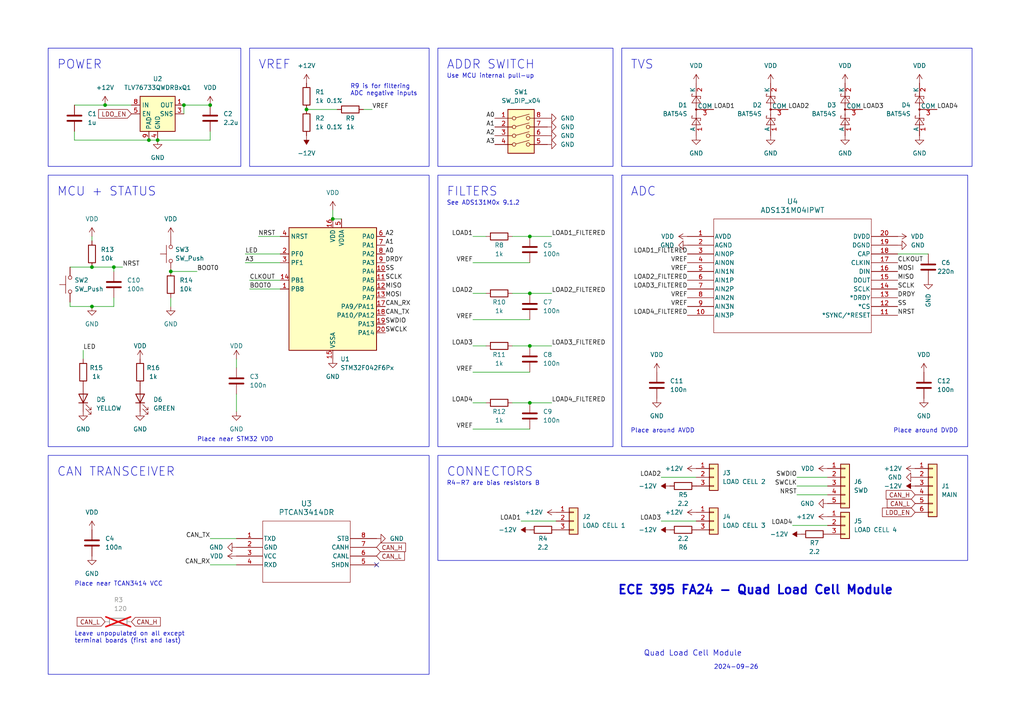
<source format=kicad_sch>
(kicad_sch (version 20230121) (generator eeschema)
  (paper "A4")
  (lib_symbols
    (symbol "2024-09-25_19-47-16:ADS131M04IPWT" (pin_names (offset 0.254))
      (property "Reference" "U" (at 30.48 10.16 0))
      (property "Value" "ADS131M04IPWT" (at 30.48 7.62 0))
      (symbol "ADS131M04IPWT_0_1"
        (polyline (pts (xy 7.62 -27.94) (xy 53.34 -27.94)) (stroke (width 0.127)))
        (polyline (pts (xy 7.62 5.08) (xy 7.62 -27.94)) (stroke (width 0.127)))
        (polyline (pts (xy 53.34 -27.94) (xy 53.34 5.08)) (stroke (width 0.127)))
        (polyline (pts (xy 53.34 5.08) (xy 7.62 5.08)) (stroke (width 0.127)))
        (pin power_in line (at 0 0 0) (length 7.62) (name "AVDD") (number "1"))
        (pin input line (at 0 -22.86 0) (length 7.62) (name "AIN3P") (number "10"))
        (pin unspecified line (at 60.96 -22.86 180) (length 7.62) (name "*SYNC/*RESET") (number "11"))
        (pin unspecified line (at 60.96 -20.32 180) (length 7.62) (name "*CS") (number "12"))
        (pin unspecified line (at 60.96 -17.78 180) (length 7.62) (name "*DRDY") (number "13"))
        (pin unspecified line (at 60.96 -15.24 180) (length 7.62) (name "SCLK") (number "14"))
        (pin output line (at 60.96 -12.7 180) (length 7.62) (name "DOUT") (number "15"))
        (pin unspecified line (at 60.96 -10.16 180) (length 7.62) (name "DIN") (number "16"))
        (pin unspecified line (at 60.96 -7.62 180) (length 7.62) (name "CLKIN") (number "17"))
        (pin unspecified line (at 60.96 -5.08 180) (length 7.62) (name "CAP") (number "18"))
        (pin power_out line (at 60.96 -2.54 180) (length 7.62) (name "DGND") (number "19"))
        (pin power_out line (at 0 -2.54 0) (length 7.62) (name "AGND") (number "2"))
        (pin power_in line (at 60.96 0 180) (length 7.62) (name "DVDD") (number "20"))
        (pin bidirectional line (at 0 -5.08 0) (length 7.62) (name "AIN0P") (number "3"))
        (pin bidirectional line (at 0 -7.62 0) (length 7.62) (name "AIN0N") (number "4"))
        (pin input line (at 0 -10.16 0) (length 7.62) (name "AIN1N") (number "5"))
        (pin input line (at 0 -12.7 0) (length 7.62) (name "AIN1P") (number "6"))
        (pin input line (at 0 -15.24 0) (length 7.62) (name "AIN2P") (number "7"))
        (pin input line (at 0 -17.78 0) (length 7.62) (name "AIN2N") (number "8"))
        (pin input line (at 0 -20.32 0) (length 7.62) (name "AIN3N") (number "9"))
      )
    )
    (symbol "2024-09-25_19-48-59:PTCAN3414DR" (pin_names (offset 0.254))
      (property "Reference" "U" (at 20.32 10.16 0))
      (property "Value" "PTCAN3414DR" (at 20.32 7.62 0))
      (symbol "PTCAN3414DR_0_1"
        (polyline (pts (xy 7.62 -12.7) (xy 33.02 -12.7)) (stroke (width 0.127)))
        (polyline (pts (xy 7.62 5.08) (xy 7.62 -12.7)) (stroke (width 0.127)))
        (polyline (pts (xy 33.02 -12.7) (xy 33.02 5.08)) (stroke (width 0.127)))
        (polyline (pts (xy 33.02 5.08) (xy 7.62 5.08)) (stroke (width 0.127)))
        (pin input line (at 0 0 0) (length 7.62) (name "TXD") (number "1"))
        (pin power_out line (at 0 -2.54 0) (length 7.62) (name "GND") (number "2"))
        (pin power_in line (at 0 -5.08 0) (length 7.62) (name "VCC") (number "3"))
        (pin output line (at 0 -7.62 0) (length 7.62) (name "RXD") (number "4"))
        (pin input line (at 40.64 -7.62 180) (length 7.62) (name "SHDN") (number "5"))
        (pin bidirectional line (at 40.64 -5.08 180) (length 7.62) (name "CANL") (number "6"))
        (pin bidirectional line (at 40.64 -2.54 180) (length 7.62) (name "CANH") (number "7"))
        (pin input line (at 40.64 0 180) (length 7.62) (name "STB") (number "8"))
      )
    )
    (symbol "Connector_Generic:Conn_01x03" (pin_names (offset 1.016) hide)
      (property "Reference" "J" (at 0 5.08 0))
      (property "Value" "Conn_01x03" (at 0 -5.08 0))
      (symbol "Conn_01x03_1_1"
        (rectangle (start -1.27 -2.413) (end 0 -2.667) (stroke (width 0.1524)))
        (rectangle (start -1.27 0.127) (end 0 -0.127) (stroke (width 0.1524)))
        (rectangle (start -1.27 2.667) (end 0 2.413) (stroke (width 0.1524)))
        (rectangle (start -1.27 3.81) (end 1.27 -3.81) (stroke (width 0.254)) (fill (type background)))
        (pin passive line (at -5.08 2.54 0) (length 3.81) (name "Pin_1") (number "1"))
        (pin passive line (at -5.08 0 0) (length 3.81) (name "Pin_2") (number "2"))
        (pin passive line (at -5.08 -2.54 0) (length 3.81) (name "Pin_3") (number "3"))
      )
    )
    (symbol "Connector_Generic:Conn_01x05" (pin_names (offset 1.016) hide)
      (property "Reference" "J" (at 0 7.62 0))
      (property "Value" "Conn_01x05" (at 0 -7.62 0))
      (symbol "Conn_01x05_1_1"
        (rectangle (start -1.27 -4.953) (end 0 -5.207) (stroke (width 0.1524)))
        (rectangle (start -1.27 -2.413) (end 0 -2.667) (stroke (width 0.1524)))
        (rectangle (start -1.27 0.127) (end 0 -0.127) (stroke (width 0.1524)))
        (rectangle (start -1.27 2.667) (end 0 2.413) (stroke (width 0.1524)))
        (rectangle (start -1.27 5.207) (end 0 4.953) (stroke (width 0.1524)))
        (rectangle (start -1.27 6.35) (end 1.27 -6.35) (stroke (width 0.254)) (fill (type background)))
        (pin passive line (at -5.08 5.08 0) (length 3.81) (name "Pin_1") (number "1"))
        (pin passive line (at -5.08 2.54 0) (length 3.81) (name "Pin_2") (number "2"))
        (pin passive line (at -5.08 0 0) (length 3.81) (name "Pin_3") (number "3"))
        (pin passive line (at -5.08 -2.54 0) (length 3.81) (name "Pin_4") (number "4"))
        (pin passive line (at -5.08 -5.08 0) (length 3.81) (name "Pin_5") (number "5"))
      )
    )
    (symbol "Connector_Generic:Conn_01x06" (pin_names (offset 1.016) hide)
      (property "Reference" "J1" (at 2.54 0 0))
      (property "Value" "MAIN" (at 2.54 -2.54 0))
      (symbol "Conn_01x06_1_1"
        (rectangle (start -1.27 -7.493) (end 0 -7.747) (stroke (width 0.1524)))
        (rectangle (start -1.27 -4.953) (end 0 -5.207) (stroke (width 0.1524)))
        (rectangle (start -1.27 -2.413) (end 0 -2.667) (stroke (width 0.1524)))
        (rectangle (start -1.27 0.127) (end 0 -0.127) (stroke (width 0.1524)))
        (rectangle (start -1.27 2.667) (end 0 2.413) (stroke (width 0.1524)))
        (rectangle (start -1.27 5.207) (end 0 4.953) (stroke (width 0.1524)))
        (rectangle (start -1.27 6.35) (end 1.27 -8.89) (stroke (width 0.254)) (fill (type background)))
        (pin power_out line (at -5.08 5.08 0) (length 3.81) (name "Pin_1") (number "1"))
        (pin power_out line (at -5.08 2.54 0) (length 3.81) (name "Pin_2") (number "2"))
        (pin power_out line (at -5.08 0 0) (length 3.81) (name "Pin_3") (number "3"))
        (pin passive line (at -5.08 -2.54 0) (length 3.81) (name "Pin_4") (number "4"))
        (pin passive line (at -5.08 -5.08 0) (length 3.81) (name "Pin_5") (number "5"))
        (pin passive line (at -5.08 -7.62 0) (length 3.81) (name "Pin_6") (number "6"))
      )
    )
    (symbol "Device:C" (pin_numbers hide) (pin_names (offset 0.254))
      (property "Reference" "C" (at 0.635 2.54 0))
      (property "Value" "C" (at 0.635 -2.54 0))
      (symbol "C_0_1"
        (polyline (pts (xy -2.032 -0.762) (xy 2.032 -0.762)) (stroke (width 0.508)))
        (polyline (pts (xy -2.032 0.762) (xy 2.032 0.762)) (stroke (width 0.508)))
      )
      (symbol "C_1_1"
        (pin passive line (at 0 3.81 270) (length 2.794) (name "~") (number "1"))
        (pin passive line (at 0 -3.81 90) (length 2.794) (name "~") (number "2"))
      )
    )
    (symbol "Device:LED" (pin_numbers hide) (pin_names (offset 1.016) hide)
      (property "Reference" "D" (at 0 2.54 0))
      (property "Value" "LED" (at 0 -2.54 0))
      (symbol "LED_0_1"
        (polyline (pts (xy -1.27 -1.27) (xy -1.27 1.27)) (stroke (width 0.254)))
        (polyline (pts (xy -1.27 0) (xy 1.27 0)))
        (polyline (pts (xy 1.27 -1.27) (xy 1.27 1.27) (xy -1.27 0) (xy 1.27 -1.27)) (stroke (width 0.254)))
        (polyline (pts (xy -3.048 -0.762) (xy -4.572 -2.286) (xy -3.81 -2.286) (xy -4.572 -2.286) (xy -4.572 -1.524)))
        (polyline (pts (xy -1.778 -0.762) (xy -3.302 -2.286) (xy -2.54 -2.286) (xy -3.302 -2.286) (xy -3.302 -1.524)))
      )
      (symbol "LED_1_1"
        (pin passive line (at -3.81 0 0) (length 2.54) (name "K") (number "1"))
        (pin passive line (at 3.81 0 180) (length 2.54) (name "A") (number "2"))
      )
    )
    (symbol "Device:R" (pin_numbers hide) (pin_names (offset 0))
      (property "Reference" "R" (at 2.032 0 90))
      (property "Value" "R" (at 0 0 90))
      (symbol "R_0_1"
        (rectangle (start -1.016 -2.54) (end 1.016 2.54) (stroke (width 0.254)))
      )
      (symbol "R_1_1"
        (pin passive line (at 0 3.81 270) (length 1.27) (name "~") (number "1"))
        (pin passive line (at 0 -3.81 90) (length 1.27) (name "~") (number "2"))
      )
    )
    (symbol "Diode:BAT54S" (pin_names (offset 0))
      (property "Reference" "D" (at 2.54 -5.08 0))
      (property "Value" "BAT54S" (at -6.35 3.175 0))
      (symbol "BAT54S_0_1"
        (polyline (pts (xy -3.81 0) (xy -1.27 0)))
        (polyline (pts (xy -3.175 -1.27) (xy -3.175 -1.016)))
        (polyline (pts (xy -2.54 -1.27) (xy -3.175 -1.27)))
        (polyline (pts (xy -2.54 -1.27) (xy -2.54 1.27)))
        (polyline (pts (xy -2.54 1.27) (xy -1.905 1.27)))
        (polyline (pts (xy -1.905 0) (xy 1.905 0)))
        (polyline (pts (xy -1.905 1.27) (xy -1.905 1.016)))
        (polyline (pts (xy 1.27 0) (xy 3.81 0)))
        (polyline (pts (xy 3.175 -1.27) (xy 3.175 -1.016)))
        (polyline (pts (xy 3.81 -1.27) (xy 3.175 -1.27)))
        (polyline (pts (xy 3.81 -1.27) (xy 3.81 1.27)))
        (polyline (pts (xy 3.81 1.27) (xy 4.445 1.27)))
        (polyline (pts (xy 4.445 1.27) (xy 4.445 1.016)))
        (polyline (pts (xy -4.445 1.27) (xy -4.445 -1.27) (xy -2.54 0) (xy -4.445 1.27)))
        (polyline (pts (xy 1.905 1.27) (xy 1.905 -1.27) (xy 3.81 0) (xy 1.905 1.27)))
        (circle (center 0 0) (radius 0.254) (fill (type outline)))
      )
      (symbol "BAT54S_1_1"
        (pin passive line (at -7.62 0 0) (length 3.81) (name "A") (number "1"))
        (pin passive line (at 7.62 0 180) (length 3.81) (name "K") (number "2"))
        (pin passive line (at 0 -5.08 90) (length 5.08) (name "COM") (number "3"))
      )
    )
    (symbol "MCU_ST_STM32F0:STM32F042F6Px"
      (property "Reference" "U" (at -12.7 19.05 0))
      (property "Value" "STM32F042F6Px" (at 5.08 19.05 0))
      (symbol "STM32F042F6Px_0_1"
        (rectangle (start -12.7 -17.78) (end 12.7 17.78) (stroke (width 0.254)) (fill (type background)))
      )
      (symbol "STM32F042F6Px_1_1"
        (pin bidirectional line (at -15.24 0 0) (length 2.54) (name "PB8") (number "1"))
        (pin bidirectional line (at 15.24 5.08 180) (length 2.54) (name "PA4") (number "10"))
        (pin bidirectional line (at 15.24 2.54 180) (length 2.54) (name "PA5") (number "11"))
        (pin bidirectional line (at 15.24 0 180) (length 2.54) (name "PA6") (number "12"))
        (pin bidirectional line (at 15.24 -2.54 180) (length 2.54) (name "PA7") (number "13"))
        (pin bidirectional line (at -15.24 2.54 0) (length 2.54) (name "PB1") (number "14"))
        (pin power_in line (at 0 -20.32 90) (length 2.54) (name "VSSA") (number "15"))
        (pin power_in line (at 0 20.32 270) (length 2.54) (name "VDD") (number "16"))
        (pin bidirectional line (at 15.24 -5.08 180) (length 2.54) (name "PA9/PA11") (number "17"))
        (pin bidirectional line (at 15.24 -7.62 180) (length 2.54) (name "PA10/PA12") (number "18"))
        (pin bidirectional line (at 15.24 -10.16 180) (length 2.54) (name "PA13") (number "19"))
        (pin bidirectional line (at -15.24 10.16 0) (length 2.54) (name "PF0") (number "2"))
        (pin bidirectional line (at 15.24 -12.7 180) (length 2.54) (name "PA14") (number "20"))
        (pin bidirectional line (at -15.24 7.62 0) (length 2.54) (name "PF1") (number "3"))
        (pin input line (at -15.24 15.24 0) (length 2.54) (name "NRST") (number "4"))
        (pin power_in line (at 2.54 20.32 270) (length 2.54) (name "VDDA") (number "5"))
        (pin bidirectional line (at 15.24 15.24 180) (length 2.54) (name "PA0") (number "6"))
        (pin bidirectional line (at 15.24 12.7 180) (length 2.54) (name "PA1") (number "7"))
        (pin bidirectional line (at 15.24 10.16 180) (length 2.54) (name "PA2") (number "8"))
        (pin bidirectional line (at 15.24 7.62 180) (length 2.54) (name "PA3") (number "9"))
      )
    )
    (symbol "Regulator_Linear:TLV76733QWDRBxQ1"
      (property "Reference" "U" (at 0 8.89 0))
      (property "Value" "TLV76733QWDRBxQ1" (at 0 6.35 0))
      (symbol "TLV76733QWDRBxQ1_0_1"
        (rectangle (start -5.08 5.08) (end 5.08 -5.08) (stroke (width 0.254)) (fill (type background)))
      )
      (symbol "TLV76733QWDRBxQ1_1_1"
        (pin power_out line (at 7.62 2.54 180) (length 2.54) (name "OUT") (number "1"))
        (pin no_connect line (at 5.08 -2.54 180) (length 2.54) hide (name "NC") (number "2"))
        (pin input line (at 7.62 0 180) (length 2.54) (name "SNS") (number "3"))
        (pin power_in line (at 0 -7.62 90) (length 2.54) (name "GND") (number "4"))
        (pin input line (at -7.62 0 0) (length 2.54) (name "EN") (number "5"))
        (pin passive line (at 0 -7.62 90) (length 2.54) hide (name "GND") (number "6"))
        (pin no_connect line (at -5.08 -2.54 0) (length 2.54) hide (name "NC") (number "7"))
        (pin power_in line (at -7.62 2.54 0) (length 2.54) (name "IN") (number "8"))
        (pin passive line (at -2.54 -7.62 90) (length 2.54) (name "PAD") (number "9"))
      )
    )
    (symbol "Switch:SW_DIP_x04" (pin_names (offset 0) hide)
      (property "Reference" "SW" (at 0 8.89 0))
      (property "Value" "SW_DIP_x04" (at 0 -6.35 0))
      (symbol "SW_DIP_x04_0_0"
        (circle (center -2.032 -2.54) (radius 0.508))
        (circle (center -2.032 0) (radius 0.508))
        (circle (center -2.032 2.54) (radius 0.508))
        (circle (center -2.032 5.08) (radius 0.508))
        (polyline (pts (xy -1.524 -2.3876) (xy 2.3622 -1.3462)))
        (polyline (pts (xy -1.524 0.127) (xy 2.3622 1.1684)))
        (polyline (pts (xy -1.524 2.667) (xy 2.3622 3.7084)))
        (polyline (pts (xy -1.524 5.207) (xy 2.3622 6.2484)))
        (circle (center 2.032 -2.54) (radius 0.508))
        (circle (center 2.032 0) (radius 0.508))
        (circle (center 2.032 2.54) (radius 0.508))
        (circle (center 2.032 5.08) (radius 0.508))
      )
      (symbol "SW_DIP_x04_0_1"
        (rectangle (start -3.81 7.62) (end 3.81 -5.08) (stroke (width 0.254)) (fill (type background)))
      )
      (symbol "SW_DIP_x04_1_1"
        (pin passive line (at -7.62 5.08 0) (length 5.08) (name "~") (number "1"))
        (pin passive line (at -7.62 2.54 0) (length 5.08) (name "~") (number "2"))
        (pin passive line (at -7.62 0 0) (length 5.08) (name "~") (number "3"))
        (pin passive line (at -7.62 -2.54 0) (length 5.08) (name "~") (number "4"))
        (pin passive line (at 7.62 -2.54 180) (length 5.08) (name "~") (number "5"))
        (pin passive line (at 7.62 0 180) (length 5.08) (name "~") (number "6"))
        (pin passive line (at 7.62 2.54 180) (length 5.08) (name "~") (number "7"))
        (pin passive line (at 7.62 5.08 180) (length 5.08) (name "~") (number "8"))
      )
    )
    (symbol "Switch:SW_Push" (pin_numbers hide) (pin_names (offset 1.016) hide)
      (property "Reference" "SW" (at 1.27 2.54 0))
      (property "Value" "SW_Push" (at 0 -1.524 0))
      (symbol "SW_Push_0_1"
        (circle (center -2.032 0) (radius 0.508))
        (polyline (pts (xy 0 1.27) (xy 0 3.048)))
        (polyline (pts (xy 2.54 1.27) (xy -2.54 1.27)))
        (circle (center 2.032 0) (radius 0.508))
        (pin passive line (at -5.08 0 0) (length 2.54) (name "1") (number "1"))
        (pin passive line (at 5.08 0 180) (length 2.54) (name "2") (number "2"))
      )
    )
    (symbol "power:+12V" (power) (pin_names (offset 0))
      (property "Value" "+12V" (at 0 3.556 0))
      (symbol "+12V_0_1"
        (polyline (pts (xy -0.762 1.27) (xy 0 2.54)))
        (polyline (pts (xy 0 0) (xy 0 2.54)))
        (polyline (pts (xy 0 2.54) (xy 0.762 1.27)))
      )
      (symbol "+12V_1_1"
        (pin power_in line (at 0 0 90) (length 0) hide (name "+12V") (number "1"))
      )
    )
    (symbol "power:-12V" (power) (pin_names (offset 0))
      (property "Value" "-12V" (at 0 3.81 0))
      (symbol "-12V_0_0"
        (pin power_in line (at 0 0 90) (length 0) hide (name "-12V") (number "1"))
      )
      (symbol "-12V_0_1"
        (polyline (pts (xy 0 0) (xy 0 1.27) (xy 0.762 1.27) (xy 0 2.54) (xy -0.762 1.27) (xy 0 1.27)) (fill (type outline)))
      )
    )
    (symbol "power:GND" (power) (pin_names (offset 0))
      (property "Value" "GND" (at 0 -3.81 0))
      (symbol "GND_0_1"
        (polyline (pts (xy 0 0) (xy 0 -1.27) (xy 1.27 -1.27) (xy 0 -2.54) (xy -1.27 -1.27) (xy 0 -1.27)))
      )
      (symbol "GND_1_1"
        (pin power_in line (at 0 0 270) (length 0) hide (name "GND") (number "1"))
      )
    )
    (symbol "power:VDD" (power) (pin_names (offset 0))
      (property "Value" "VDD" (at 0 3.81 0))
      (symbol "VDD_0_1"
        (polyline (pts (xy -0.762 1.27) (xy 0 2.54)))
        (polyline (pts (xy 0 0) (xy 0 2.54)))
        (polyline (pts (xy 0 2.54) (xy 0.762 1.27)))
      )
      (symbol "VDD_1_1"
        (pin power_in line (at 0 0 90) (length 0) hide (name "VDD") (number "1"))
      )
    )
  )
  (junction (at 60.96 30.48))
  (junction (at 88.9 31.75))
  (junction (at 153.67 68.58))
  (junction (at 53.34 30.48))
  (junction (at 26.67 77.47))
  (junction (at 153.67 85.09))
  (junction (at 96.52 63.5))
  (junction (at 45.72 40.64))
  (junction (at 33.02 77.47))
  (junction (at 30.48 30.48))
  (junction (at 153.67 116.84))
  (junction (at 43.18 40.64))
  (junction (at 49.53 78.74))
  (junction (at 153.67 100.33))
  (junction (at 26.67 88.9))
  (no_connect (at 109.22 163.83))
  (wire (pts (xy 153.67 116.84) (xy 160.02 116.84)))
  (wire (pts (xy 53.34 30.48) (xy 60.96 30.48)))
  (wire (pts (xy 148.59 116.84) (xy 153.67 116.84)))
  (wire (pts (xy 229.87 152.4) (xy 240.03 152.4)))
  (wire (pts (xy 71.12 76.2) (xy 81.28 76.2)))
  (wire (pts (xy 137.16 100.33) (xy 140.97 100.33)))
  (wire (pts (xy 60.96 38.1) (xy 60.96 40.64)))
  (wire (pts (xy 33.02 77.47) (xy 35.56 77.47)))
  (wire (pts (xy 33.02 78.74) (xy 33.02 77.47)))
  (wire (pts (xy 33.02 88.9) (xy 33.02 86.36)))
  (wire (pts (xy 88.9 31.75) (xy 97.79 31.75)))
  (wire (pts (xy 96.52 63.5) (xy 99.06 63.5)))
  (wire (pts (xy 26.67 68.58) (xy 26.67 69.85)))
  (wire (pts (xy 68.58 104.14) (xy 68.58 106.68)))
  (wire (pts (xy 74.93 68.58) (xy 81.28 68.58)))
  (wire (pts (xy 53.34 30.48) (xy 53.34 33.02)))
  (wire (pts (xy 137.16 107.95) (xy 153.67 107.95)))
  (wire (pts (xy 49.53 78.74) (xy 57.15 78.74)))
  (wire (pts (xy 60.96 163.83) (xy 68.58 163.83)))
  (wire (pts (xy 26.67 88.9) (xy 20.32 88.9)))
  (wire (pts (xy 21.59 38.1) (xy 21.59 40.64)))
  (wire (pts (xy 153.67 100.33) (xy 160.02 100.33)))
  (wire (pts (xy 68.58 119.38) (xy 68.58 114.3)))
  (wire (pts (xy 231.14 140.97) (xy 240.03 140.97)))
  (wire (pts (xy 72.39 83.82) (xy 81.28 83.82)))
  (wire (pts (xy 151.13 151.13) (xy 161.29 151.13)))
  (wire (pts (xy 260.35 73.66) (xy 269.24 73.66)))
  (wire (pts (xy 191.77 138.43) (xy 201.93 138.43)))
  (wire (pts (xy 21.59 30.48) (xy 30.48 30.48)))
  (wire (pts (xy 153.67 68.58) (xy 160.02 68.58)))
  (wire (pts (xy 105.41 31.75) (xy 107.95 31.75)))
  (wire (pts (xy 30.48 30.48) (xy 38.1 30.48)))
  (wire (pts (xy 20.32 88.9) (xy 20.32 87.63)))
  (wire (pts (xy 148.59 68.58) (xy 153.67 68.58)))
  (wire (pts (xy 148.59 100.33) (xy 153.67 100.33)))
  (wire (pts (xy 191.77 151.13) (xy 201.93 151.13)))
  (wire (pts (xy 137.16 116.84) (xy 140.97 116.84)))
  (wire (pts (xy 148.59 85.09) (xy 153.67 85.09)))
  (wire (pts (xy 26.67 88.9) (xy 33.02 88.9)))
  (wire (pts (xy 24.13 101.6) (xy 24.13 104.14)))
  (wire (pts (xy 231.14 138.43) (xy 240.03 138.43)))
  (wire (pts (xy 153.67 85.09) (xy 160.02 85.09)))
  (wire (pts (xy 60.96 40.64) (xy 45.72 40.64)))
  (wire (pts (xy 49.53 86.36) (xy 49.53 88.9)))
  (wire (pts (xy 72.39 81.28) (xy 81.28 81.28)))
  (wire (pts (xy 137.16 76.2) (xy 153.67 76.2)))
  (wire (pts (xy 21.59 40.64) (xy 43.18 40.64)))
  (wire (pts (xy 137.16 85.09) (xy 140.97 85.09)))
  (wire (pts (xy 137.16 68.58) (xy 140.97 68.58)))
  (wire (pts (xy 137.16 124.46) (xy 153.67 124.46)))
  (wire (pts (xy 96.52 60.96) (xy 96.52 63.5)))
  (wire (pts (xy 20.32 77.47) (xy 26.67 77.47)))
  (wire (pts (xy 26.67 77.47) (xy 33.02 77.47)))
  (wire (pts (xy 231.14 143.51) (xy 240.03 143.51)))
  (wire (pts (xy 71.12 73.66) (xy 81.28 73.66)))
  (wire (pts (xy 43.18 40.64) (xy 45.72 40.64)))
  (wire (pts (xy 60.96 156.21) (xy 68.58 156.21)))
  (wire (pts (xy 137.16 92.71) (xy 153.67 92.71)))
  (rectangle (start 180.34 50.8) (end 280.67 129.54))
  (rectangle (start 13.97 132.08) (end 124.46 195.58))
  (rectangle (start 127 13.97) (end 177.8 48.26))
  (rectangle (start 127 132.08) (end 280.67 162.56))
  (rectangle (start 72.39 13.97) (end 124.46 48.26))
  (rectangle (start 180.34 13.97) (end 281.94 48.26))
  (rectangle (start 13.97 13.97) (end 69.85 48.26))
  (rectangle (start 13.97 50.8) (end 124.46 129.54))
  (rectangle (start 127 50.8) (end 177.8 129.54))
  (text "CONNECTORS" (at 129.54 138.43 0) (effects (font (size 2.54 2.54)) (justify left bottom)))
  (text "MCU + STATUS" (at 16.51 57.15 0) (effects (font (size 2.54 2.54)) (justify left bottom)))
  (text "VREF" (at 74.93 20.32 0) (effects (font (size 2.54 2.54)) (justify left bottom)))
  (text "Use MCU internal pull-up" (at 129.54 22.86 0) (effects (font (size 1.27 1.27)) (justify left bottom)))
  (text "Place near STM32 VDD" (at 57.15 128.27 0) (effects (font (size 1.27 1.27)) (justify left bottom)))
  (text "Leave unpopulated on all except\nterminal boards (first and last)" (at 21.59 186.69 0) (effects (font (size 1.27 1.27)) (justify left bottom)))
  (text "ECE 395 FA24 - Quad Load Cell Module" (at 179.07 172.72 0) (effects (font (size 2.54 2.54) (thickness 0.508) bold) (justify left bottom)))
  (text "POWER" (at 16.51 20.32 0) (effects (font (size 2.54 2.54)) (justify left bottom)))
  (text "FILTERS" (at 129.54 57.15 0) (effects (font (size 2.54 2.54)) (justify left bottom)))
  (text "Place around AVDD" (at 182.88 125.73 0) (effects (font (size 1.27 1.27)) (justify left bottom)))
  (text "See ADS131M0x 9.1.2" (at 129.54 59.69 0) (effects (font (size 1.27 1.27)) (justify left bottom)))
  (text "ADDR SWITCH" (at 129.54 20.32 0) (effects (font (size 2.54 2.54)) (justify left bottom)))
  (text "CAN TRANSCEIVER" (at 16.51 138.43 0) (effects (font (size 2.54 2.54)) (justify left bottom)))
  (text "Quad Load Cell Module" (at 186.69 190.5 0) (effects (font (size 1.6 1.6)) (justify left bottom)))
  (text "2024-09-26" (at 207.01 194.31 0) (effects (font (size 1.27 1.27)) (justify left bottom)))
  (text "Place near TCAN3414 VCC" (at 21.59 170.18 0) (effects (font (size 1.27 1.27)) (justify left bottom)))
  (text "Place around DVDD" (at 259.08 125.73 0) (effects (font (size 1.27 1.27)) (justify left bottom)))
  (text "R9 is for filtering\nADC negative inputs" (at 101.6 27.94 0) (effects (font (size 1.27 1.27)) (justify left bottom)))
  (text "ADC" (at 182.88 57.15 0) (effects (font (size 2.54 2.54)) (justify left bottom)))
  (text "R4-R7 are bias resistors B" (at 129.54 140.97 0) (effects (font (size 1.27 1.27)) (justify left bottom)))
  (text "TVS" (at 182.88 20.32 0) (effects (font (size 2.54 2.54)) (justify left bottom)))
  (label "CLKOUT" (at 72.39 81.28 0))
  (label "VREF" (at 137.16 124.46 180))
  (label "LOAD1_FILTERED" (at 160.02 68.58 0))
  (label "CAN_TX" (at 60.96 156.21 180))
  (label "LOAD4" (at 271.78 31.75 0))
  (label "LOAD3" (at 250.19 31.75 0))
  (label "VREF" (at 137.16 92.71 180))
  (label "NRST" (at 260.35 91.44 0))
  (label "VREF" (at 137.16 76.2 180))
  (label "A1" (at 111.76 71.12 0))
  (label "LOAD4" (at 229.87 152.4 180))
  (label "CAN_RX" (at 60.96 163.83 180))
  (label "LOAD1_FILTERED" (at 199.39 73.66 180))
  (label "BOOT0" (at 57.15 78.74 0))
  (label "VREF" (at 137.16 107.95 180))
  (label "VREF" (at 199.39 78.74 180))
  (label "BOOT0" (at 72.39 83.82 0))
  (label "NRST" (at 231.14 143.51 180))
  (label "A2" (at 143.51 39.37 180))
  (label "LOAD3" (at 137.16 100.33 180))
  (label "DRDY" (at 111.76 76.2 0))
  (label "SWDIO" (at 111.76 93.98 0))
  (label "SWCLK" (at 111.76 96.52 0))
  (label "SS" (at 111.76 78.74 0))
  (label "SCLK" (at 260.35 83.82 0))
  (label "LOAD1" (at 137.16 68.58 180))
  (label "A2" (at 111.76 68.58 0))
  (label "VREF" (at 199.39 76.2 180))
  (label "LOAD3_FILTERED" (at 199.39 83.82 180))
  (label "LED" (at 71.12 73.66 0))
  (label "LOAD1" (at 151.13 151.13 180))
  (label "VREF" (at 107.95 31.75 0))
  (label "SWDIO" (at 231.14 138.43 180))
  (label "NRST" (at 74.93 68.58 0))
  (label "LOAD3" (at 191.77 151.13 180))
  (label "CAN_RX" (at 111.76 88.9 0))
  (label "LOAD2_FILTERED" (at 199.39 81.28 180))
  (label "LOAD2" (at 228.6 31.75 0))
  (label "A1" (at 143.51 36.83 180))
  (label "A0" (at 111.76 73.66 0))
  (label "DRDY" (at 260.35 86.36 0))
  (label "CAN_TX" (at 111.76 91.44 0))
  (label "LOAD1" (at 207.01 31.75 0))
  (label "LED" (at 24.13 101.6 0))
  (label "MOSI" (at 111.76 86.36 0))
  (label "MOSI" (at 260.35 78.74 0))
  (label "SCLK" (at 111.76 81.28 0))
  (label "SS" (at 260.35 88.9 0))
  (label "MISO" (at 111.76 83.82 0))
  (label "A0" (at 143.51 34.29 180))
  (label "VREF" (at 199.39 88.9 180))
  (label "LOAD3_FILTERED" (at 160.02 100.33 0))
  (label "LOAD2" (at 191.77 138.43 180))
  (label "NRST" (at 35.56 77.47 0))
  (label "LOAD4_FILTERED" (at 160.02 116.84 0))
  (label "A3" (at 143.51 41.91 180))
  (label "VREF" (at 199.39 86.36 180))
  (label "A3" (at 71.12 76.2 0))
  (label "LOAD2_FILTERED" (at 160.02 85.09 0))
  (label "LOAD4_FILTERED" (at 199.39 91.44 180))
  (label "LOAD2" (at 137.16 85.09 180))
  (label "LOAD4" (at 137.16 116.84 180))
  (label "SWCLK" (at 231.14 140.97 180))
  (label "MISO" (at 260.35 81.28 0))
  (label "CLKOUT" (at 260.35 76.2 0))
  (global_label "LDO_EN" (shape input) (at 265.43 148.59 180) (property "Intersheetrefs" "${INTERSHEET_REFS}" (effects hide)))
  (global_label "CAN_H" (shape input) (at 109.22 158.75 0) (property "Intersheetrefs" "${INTERSHEET_REFS}" (effects hide)))
  (global_label "LDO_EN" (shape input) (at 38.1 33.02 180) (property "Intersheetrefs" "${INTERSHEET_REFS}" (effects hide)))
  (global_label "CAN_H" (shape input) (at 265.43 143.51 180) (property "Intersheetrefs" "${INTERSHEET_REFS}" (effects hide)))
  (global_label "CAN_L" (shape input) (at 109.22 161.29 0) (property "Intersheetrefs" "${INTERSHEET_REFS}" (effects hide)))
  (global_label "CAN_H" (shape input) (at 38.1 180.34 0) (property "Intersheetrefs" "${INTERSHEET_REFS}" (effects hide)))
  (global_label "CAN_L" (shape input) (at 30.48 180.34 180) (property "Intersheetrefs" "${INTERSHEET_REFS}" (effects hide)))
  (global_label "CAN_L" (shape input) (at 265.43 146.05 180) (property "Intersheetrefs" "${INTERSHEET_REFS}" (effects hide)))
  (symbol (lib_id "power:VDD") (at 245.11 24.13 0) (unit 1)
    (property "Reference" "#PWR028" (effects hide))
    (property "Value" "VDD" (at 245.11 19.05 0))
  )
  (symbol (lib_id "power:GND") (at 245.11 39.37 0) (unit 1)
    (property "Reference" "#PWR029" (effects hide))
    (property "Value" "GND" (at 245.11 44.45 0))
  )
  (symbol (lib_id "Device:C") (at 33.02 82.55 0) (unit 1)
    (property "Reference" "C10" (at 36.83 81.28 0) (effects (justify left)))
    (property "Value" "100n" (at 36.83 83.82 0) (effects (justify left)))
    (property "Footprint" "Capacitor_SMD:C_0603_1608Metric_Pad1.08x0.95mm_HandSolder" (effects hide))
  )
  (symbol (lib_id "Switch:SW_Push") (at 20.32 82.55 90) (unit 1)
    (property "Reference" "SW2" (at 21.59 81.28 90) (effects (justify right)))
    (property "Value" "SW_Push" (at 21.59 83.82 90) (effects (justify right)))
    (property "Footprint" "Button_Switch_THT:SW_PUSH_6mm" (effects hide))
  )
  (symbol (lib_id "power:VDD") (at 49.53 68.58 0) (unit 1)
    (property "Reference" "#PWR039" (effects hide))
    (property "Value" "VDD" (at 49.53 63.5 0))
  )
  (symbol (lib_id "power:-12V") (at 232.41 154.94 90) (unit 1)
    (property "Reference" "#PWR021" (effects hide))
    (property "Value" "-12V" (at 228.6 154.94 90) (effects (justify left)))
  )
  (symbol (lib_id "power:GND") (at 158.75 41.91 90) (unit 1)
    (property "Reference" "#PWR050" (effects hide))
    (property "Value" "GND" (at 162.56 41.91 90) (effects (justify right)))
  )
  (symbol (lib_id "power:GND") (at 266.7 39.37 0) (unit 1)
    (property "Reference" "#PWR031" (effects hide))
    (property "Value" "GND" (at 266.7 44.45 0))
  )
  (symbol (lib_id "power:VDD") (at 96.52 60.96 0) (unit 1)
    (property "Reference" "#PWR01" (effects hide))
    (property "Value" "VDD" (at 96.52 55.88 0))
  )
  (symbol (lib_id "Device:C") (at 68.58 110.49 0) (unit 1)
    (property "Reference" "C3" (at 72.39 109.22 0) (effects (justify left)))
    (property "Value" "100n" (at 72.39 111.76 0) (effects (justify left)))
    (property "Footprint" "Capacitor_SMD:C_0603_1608Metric_Pad1.08x0.95mm_HandSolder" (effects hide))
  )
  (symbol (lib_id "power:VDD") (at 68.58 161.29 90) (unit 1)
    (property "Reference" "#PWR022" (effects hide))
    (property "Value" "VDD" (at 64.77 161.29 90) (effects (justify left)))
  )
  (symbol (lib_id "power:GND") (at 199.39 71.12 270) (unit 1)
    (property "Reference" "#PWR035" (effects hide))
    (property "Value" "GND" (at 195.58 71.12 90) (effects (justify right)))
  )
  (symbol (lib_id "power:+12V") (at 201.93 148.59 90) (unit 1)
    (property "Reference" "#PWR018" (effects hide))
    (property "Value" "+12V" (at 198.12 148.59 90) (effects (justify left)))
  )
  (symbol (lib_id "Device:C") (at 153.67 120.65 0) (unit 1)
    (property "Reference" "C9" (at 157.48 119.38 0) (effects (justify left)))
    (property "Value" "100n" (at 157.48 121.92 0) (effects (justify left)))
    (property "Footprint" "Capacitor_SMD:C_0603_1608Metric_Pad1.08x0.95mm_HandSolder" (effects hide))
  )
  (symbol (lib_id "power:GND") (at 267.97 115.57 0) (unit 1)
    (property "Reference" "#PWR044" (effects hide))
    (property "Value" "GND" (at 267.97 120.65 0))
  )
  (symbol (lib_id "power:-12V") (at 194.31 140.97 90) (unit 1)
    (property "Reference" "#PWR017" (effects hide))
    (property "Value" "-12V" (at 190.5 140.97 90) (effects (justify left)))
  )
  (symbol (lib_id "power:GND") (at 68.58 119.38 0) (unit 1)
    (property "Reference" "#PWR09" (effects hide))
    (property "Value" "GND" (at 68.58 124.46 0))
  )
  (symbol (lib_id "Device:R") (at 34.29 180.34 270) (unit 1) (in_bom no) (dnp yes)
    (property "Reference" "R3" (at 33.02 173.99 90) (effects (justify left)))
    (property "Value" "120" (at 33.02 176.53 90) (effects (justify left)))
    (property "Footprint" "Resistor_SMD:R_0603_1608Metric_Pad0.98x0.95mm_HandSolder" (effects hide))
  )
  (symbol (lib_id "power:VDD") (at 201.93 24.13 0) (unit 1)
    (property "Reference" "#PWR025" (effects hide))
    (property "Value" "VDD" (at 201.93 19.05 0))
  )
  (symbol (lib_id "power:VDD") (at 40.64 104.14 0) (unit 1)
    (property "Reference" "#PWR053" (effects hide))
    (property "Value" "VDD" (at 40.64 100.33 0))
  )
  (symbol (lib_id "power:GND") (at 109.22 156.21 90) (unit 1)
    (property "Reference" "#PWR045" (effects hide))
    (property "Value" "GND" (at 113.03 156.21 90) (effects (justify right)))
  )
  (symbol (lib_id "power:VDD") (at 26.67 153.67 0) (unit 1)
    (property "Reference" "#PWR012" (effects hide))
    (property "Value" "VDD" (at 26.67 148.59 0))
  )
  (symbol (lib_id "Device:R") (at 24.13 107.95 180) (unit 1)
    (property "Reference" "R15" (at 27.94 106.68 0))
    (property "Value" "1k" (at 27.94 109.22 0))
    (property "Footprint" "Resistor_SMD:R_0603_1608Metric_Pad0.98x0.95mm_HandSolder" (effects hide))
  )
  (symbol (lib_id "Diode:BAT54S") (at 266.7 31.75 90) (unit 1)
    (property "Reference" "D4" (at 264.16 30.48 90) (effects (justify left)))
    (property "Value" "BAT54S" (at 264.16 33.02 90) (effects (justify left)))
    (property "Footprint" "Package_TO_SOT_SMD:SOT-23" (effects hide))
    (property "Datasheet" "https://www.diodes.com/assets/Datasheets/ds11005.pdf" (effects hide))
  )
  (symbol (lib_id "Device:R") (at 236.22 154.94 90) (unit 1)
    (property "Reference" "R7" (at 236.22 157.48 90))
    (property "Value" "2.2" (at 236.22 160.02 90))
    (property "Footprint" "Resistor_SMD:R_0603_1608Metric_Pad0.98x0.95mm_HandSolder" (effects hide))
  )
  (symbol (lib_id "Device:R") (at 144.78 68.58 90) (unit 1)
    (property "Reference" "R8" (at 144.78 71.12 90))
    (property "Value" "1k" (at 144.78 73.66 90))
    (property "Footprint" "Resistor_SMD:R_0603_1608Metric_Pad0.98x0.95mm_HandSolder" (effects hide))
  )
  (symbol (lib_id "Device:LED") (at 40.64 115.57 90) (unit 1)
    (property "Reference" "D6" (at 44.45 115.8875 90) (effects (justify right)))
    (property "Value" "GREEN" (at 44.45 118.4275 90) (effects (justify right)))
    (property "Footprint" "LED_SMD:LED_0805_2012Metric_Pad1.15x1.40mm_HandSolder" (effects hide))
  )
  (symbol (lib_id "Connector_Generic:Conn_01x03") (at 245.11 152.4 0) (unit 1)
    (property "Reference" "J5" (at 247.65 151.13 0) (effects (justify left)))
    (property "Value" "LOAD CELL 4" (at 247.65 153.67 0) (effects (justify left)))
    (property "Footprint" "Connector_JST:JST_XH_S3B-XH-A_1x03_P2.50mm_Horizontal" (effects hide))
  )
  (symbol (lib_id "power:GND") (at 68.58 158.75 270) (unit 1)
    (property "Reference" "#PWR023" (effects hide))
    (property "Value" "GND" (at 64.77 158.75 90) (effects (justify right)))
  )
  (symbol (lib_id "power:GND") (at 40.64 119.38 0) (unit 1)
    (property "Reference" "#PWR054" (effects hide))
    (property "Value" "GND" (at 40.64 124.46 0))
  )
  (symbol (lib_id "Diode:BAT54S") (at 245.11 31.75 90) (unit 1)
    (property "Reference" "D3" (at 242.57 30.48 90) (effects (justify left)))
    (property "Value" "BAT54S" (at 242.57 33.02 90) (effects (justify left)))
    (property "Footprint" "Package_TO_SOT_SMD:SOT-23" (effects hide))
    (property "Datasheet" "https://www.diodes.com/assets/Datasheets/ds11005.pdf" (effects hide))
  )
  (symbol (lib_id "Device:R") (at 49.53 82.55 0) (unit 1)
    (property "Reference" "R14" (at 52.07 81.28 0) (effects (justify left)))
    (property "Value" "10k" (at 52.07 83.82 0) (effects (justify left)))
    (property "Footprint" "Resistor_SMD:R_0603_1608Metric_Pad0.98x0.95mm_HandSolder" (effects hide))
  )
  (symbol (lib_id "power:GND") (at 201.93 39.37 0) (unit 1)
    (property "Reference" "#PWR024" (effects hide))
    (property "Value" "GND" (at 201.93 44.45 0))
  )
  (symbol (lib_id "power:+12V") (at 161.29 148.59 90) (unit 1)
    (property "Reference" "#PWR014" (effects hide))
    (property "Value" "+12V" (at 157.48 148.59 90) (effects (justify left)))
  )
  (symbol (lib_id "power:VDD") (at 240.03 135.89 90) (unit 1)
    (property "Reference" "#PWR051" (effects hide))
    (property "Value" "VDD" (at 236.22 135.89 90) (effects (justify left)))
  )
  (symbol (lib_id "power:GND") (at 26.67 161.29 0) (unit 1)
    (property "Reference" "#PWR013" (effects hide))
    (property "Value" "GND" (at 26.67 166.37 0))
  )
  (symbol (lib_id "power:-12V") (at 88.9 39.37 180) (unit 1)
    (property "Reference" "#PWR011" (effects hide))
    (property "Value" "-12V" (at 88.9 44.45 0))
  )
  (symbol (lib_id "power:GND") (at 45.72 40.64 0) (unit 1)
    (property "Reference" "#PWR07" (effects hide))
    (property "Value" "GND" (at 45.72 45.72 0))
  )
  (symbol (lib_id "Device:C") (at 190.5 111.76 0) (unit 1)
    (property "Reference" "C11" (at 194.31 110.49 0) (effects (justify left)))
    (property "Value" "100n" (at 194.31 113.03 0) (effects (justify left)))
    (property "Footprint" "Capacitor_SMD:C_0603_1608Metric_Pad1.08x0.95mm_HandSolder" (effects hide))
  )
  (symbol (lib_id "power:+12V") (at 201.93 135.89 90) (unit 1)
    (property "Reference" "#PWR016" (effects hide))
    (property "Value" "+12V" (at 198.12 135.89 90) (effects (justify left)))
  )
  (symbol (lib_id "Device:R") (at 144.78 116.84 90) (unit 1)
    (property "Reference" "R12" (at 144.78 119.38 90))
    (property "Value" "1k" (at 144.78 121.92 90))
    (property "Footprint" "Resistor_SMD:R_0603_1608Metric_Pad0.98x0.95mm_HandSolder" (effects hide))
  )
  (symbol (lib_id "power:GND") (at 49.53 88.9 0) (unit 1)
    (property "Reference" "#PWR040" (effects hide))
    (property "Value" "GND" (at 49.53 93.98 0))
  )
  (symbol (lib_id "power:VDD") (at 267.97 107.95 0) (unit 1)
    (property "Reference" "#PWR043" (effects hide))
    (property "Value" "VDD" (at 267.97 102.87 0))
  )
  (symbol (lib_id "power:GND") (at 24.13 119.38 0) (unit 1)
    (property "Reference" "#PWR046" (effects hide))
    (property "Value" "GND" (at 24.13 124.46 0))
  )
  (symbol (lib_id "Device:C") (at 267.97 111.76 0) (unit 1)
    (property "Reference" "C12" (at 271.78 110.49 0) (effects (justify left)))
    (property "Value" "100n" (at 271.78 113.03 0) (effects (justify left)))
    (property "Footprint" "Capacitor_SMD:C_0603_1608Metric_Pad1.08x0.95mm_HandSolder" (effects hide))
  )
  (symbol (lib_id "power:-12V") (at 194.31 153.67 90) (unit 1)
    (property "Reference" "#PWR019" (effects hide))
    (property "Value" "-12V" (at 190.5 153.67 90) (effects (justify left)))
  )
  (symbol (lib_id "Device:R") (at 157.48 153.67 90) (unit 1)
    (property "Reference" "R4" (at 157.48 156.21 90))
    (property "Value" "2.2" (at 157.48 158.75 90))
    (property "Footprint" "Resistor_SMD:R_0603_1608Metric_Pad0.98x0.95mm_HandSolder" (effects hide))
  )
  (symbol (lib_id "Device:R") (at 101.6 31.75 90) (unit 1)
    (property "Reference" "R9" (at 101.6 34.29 90))
    (property "Value" "1k" (at 101.6 36.83 90))
    (property "Footprint" "Resistor_SMD:R_0603_1608Metric_Pad0.98x0.95mm_HandSolder" (effects hide))
  )
  (symbol (lib_id "power:VDD") (at 26.67 68.58 0) (unit 1)
    (property "Reference" "#PWR038" (effects hide))
    (property "Value" "VDD" (at 26.67 63.5 0))
  )
  (symbol (lib_id "power:VDD") (at 68.58 104.14 0) (unit 1)
    (property "Reference" "#PWR08" (effects hide))
    (property "Value" "VDD" (at 68.58 100.33 0))
  )
  (symbol (lib_id "power:GND") (at 26.67 88.9 0) (unit 1)
    (property "Reference" "#PWR037" (effects hide))
    (property "Value" "GND" (at 26.67 93.98 0))
  )
  (symbol (lib_id "Connector_Generic:Conn_01x03") (at 207.01 138.43 0) (unit 1)
    (property "Reference" "J3" (at 209.55 137.16 0) (effects (justify left)))
    (property "Value" "LOAD CELL 2" (at 209.55 139.7 0) (effects (justify left)))
    (property "Footprint" "Connector_JST:JST_XH_S3B-XH-A_1x03_P2.50mm_Horizontal" (effects hide))
  )
  (symbol (lib_id "power:GND") (at 158.75 34.29 90) (unit 1)
    (property "Reference" "#PWR047" (effects hide))
    (property "Value" "GND" (at 162.56 34.29 90) (effects (justify right)))
  )
  (symbol (lib_id "power:VDD") (at 260.35 68.58 270) (unit 1)
    (property "Reference" "#PWR033" (effects hide))
    (property "Value" "VDD" (at 264.16 68.58 90) (effects (justify left)))
  )
  (symbol (lib_id "power:+12V") (at 240.03 149.86 90) (unit 1)
    (property "Reference" "#PWR020" (effects hide))
    (property "Value" "+12V" (at 236.22 149.86 90) (effects (justify left)))
  )
  (symbol (lib_id "MCU_ST_STM32F0:STM32F042F6Px") (at 96.52 83.82 0) (unit 1)
    (property "Reference" "U1" (at 98.7141 104.14 0) (effects (justify left)))
    (property "Value" "STM32F042F6Px" (at 98.7141 106.68 0) (effects (justify left)))
    (property "Footprint" "Package_SO:TSSOP-20_4.4x6.5mm_P0.65mm" (effects hide))
    (property "Datasheet" "https://www.st.com/resource/en/datasheet/stm32f042f6.pdf" (effects hide))
  )
  (symbol (lib_id "Connector_Generic:Conn_01x03") (at 166.37 151.13 0) (unit 1)
    (property "Reference" "J2" (at 168.91 149.86 0) (effects (justify left)))
    (property "Value" "LOAD CELL 1" (at 168.91 152.4 0) (effects (justify left)))
    (property "Footprint" "Connector_JST:JST_XH_S3B-XH-A_1x03_P2.50mm_Horizontal" (effects hide))
  )
  (symbol (lib_id "Device:C") (at 269.24 77.47 0) (unit 1)
    (property "Reference" "C6" (at 274.32 76.2 0))
    (property "Value" "220n" (at 274.32 78.74 0))
    (property "Footprint" "Capacitor_SMD:C_0805_2012Metric_Pad1.18x1.45mm_HandSolder" (effects hide))
  )
  (symbol (lib_id "power:VDD") (at 223.52 24.13 0) (unit 1)
    (property "Reference" "#PWR026" (effects hide))
    (property "Value" "VDD" (at 223.52 19.05 0))
  )
  (symbol (lib_id "power:VDD") (at 60.96 30.48 0) (unit 1)
    (property "Reference" "#PWR055" (effects hide))
    (property "Value" "VDD" (at 60.96 25.4 0))
  )
  (symbol (lib_id "power:GND") (at 269.24 81.28 0) (unit 1)
    (property "Reference" "#PWR036" (effects hide))
    (property "Value" "GND" (at 269.24 85.09 90) (effects (justify right)))
  )
  (symbol (lib_id "power:GND") (at 240.03 146.05 270) (unit 1)
    (property "Reference" "#PWR052" (effects hide))
    (property "Value" "GND" (at 236.22 146.05 90) (effects (justify right)))
  )
  (symbol (lib_id "power:+12V") (at 30.48 30.48 0) (unit 1)
    (property "Reference" "#PWR02" (effects hide))
    (property "Value" "+12V" (at 30.48 25.4 0))
  )
  (symbol (lib_id "Device:LED") (at 24.13 115.57 90) (unit 1)
    (property "Reference" "D5" (at 27.94 115.8875 90) (effects (justify right)))
    (property "Value" "YELLOW" (at 27.94 118.4275 90) (effects (justify right)))
    (property "Footprint" "LED_SMD:LED_0805_2012Metric_Pad1.15x1.40mm_HandSolder" (effects hide))
  )
  (symbol (lib_id "Switch:SW_Push") (at 49.53 73.66 90) (unit 1)
    (property "Reference" "SW3" (at 50.8 72.39 90) (effects (justify right)))
    (property "Value" "SW_Push" (at 50.8 74.93 90) (effects (justify right)))
    (property "Footprint" "Button_Switch_THT:SW_PUSH_6mm" (effects hide))
  )
  (symbol (lib_id "power:GND") (at 190.5 115.57 0) (unit 1)
    (property "Reference" "#PWR042" (effects hide))
    (property "Value" "GND" (at 190.5 120.65 0))
  )
  (symbol (lib_id "Switch:SW_DIP_x04") (at 151.13 39.37 0) (unit 1)
    (property "Reference" "SW1" (at 151.13 26.67 0))
    (property "Value" "SW_DIP_x04" (at 151.13 29.21 0))
    (property "Footprint" "Button_Switch_THT:SW_DIP_SPSTx04_Slide_6.7x11.72mm_W7.62mm_P2.54mm_LowProfile" (effects hide))
  )
  (symbol (lib_id "Diode:BAT54S") (at 223.52 31.75 90) (unit 1)
    (property "Reference" "D2" (at 220.98 30.48 90) (effects (justify left)))
    (property "Value" "BAT54S" (at 220.98 33.02 90) (effects (justify left)))
    (property "Footprint" "Package_TO_SOT_SMD:SOT-23" (effects hide))
    (property "Datasheet" "https://www.diodes.com/assets/Datasheets/ds11005.pdf" (effects hide))
  )
  (symbol (lib_id "Device:C") (at 26.67 157.48 0) (unit 1)
    (property "Reference" "C4" (at 30.48 156.21 0) (effects (justify left)))
    (property "Value" "100n" (at 30.48 158.75 0) (effects (justify left)))
    (property "Footprint" "Capacitor_SMD:C_0603_1608Metric_Pad1.08x0.95mm_HandSolder" (effects hide))
  )
  (symbol (lib_id "Device:C") (at 60.96 34.29 0) (unit 1)
    (property "Reference" "C2" (at 64.77 33.02 0) (effects (justify left)))
    (property "Value" "2.2u" (at 64.77 35.56 0) (effects (justify left)))
    (property "Footprint" "Capacitor_SMD:C_0805_2012Metric_Pad1.18x1.45mm_HandSolder" (effects hide))
  )
  (symbol (lib_id "Device:R") (at 198.12 153.67 90) (unit 1)
    (property "Reference" "R6" (at 198.12 158.75 90))
    (property "Value" "2.2" (at 198.12 156.21 90))
    (property "Footprint" "Resistor_SMD:R_0603_1608Metric_Pad0.98x0.95mm_HandSolder" (effects hide))
  )
  (symbol (lib_id "power:GND") (at 96.52 104.14 0) (unit 1)
    (property "Reference" "#PWR06" (effects hide))
    (property "Value" "GND" (at 96.52 109.22 0))
  )
  (symbol (lib_id "Diode:BAT54S") (at 201.93 31.75 90) (unit 1)
    (property "Reference" "D1" (at 199.39 30.48 90) (effects (justify left)))
    (property "Value" "BAT54S" (at 199.39 33.02 90) (effects (justify left)))
    (property "Footprint" "Package_TO_SOT_SMD:SOT-23" (effects hide))
    (property "Datasheet" "https://www.diodes.com/assets/Datasheets/ds11005.pdf" (effects hide))
  )
  (symbol (lib_id "Device:C") (at 21.59 34.29 0) (unit 1)
    (property "Reference" "C1" (at 25.4 33.02 0) (effects (justify left)))
    (property "Value" "1u" (at 25.4 35.56 0) (effects (justify left)))
    (property "Footprint" "Capacitor_SMD:C_0805_2012Metric_Pad1.18x1.45mm_HandSolder" (effects hide))
  )
  (symbol (lib_id "Device:C") (at 153.67 104.14 0) (unit 1)
    (property "Reference" "C8" (at 157.48 102.87 0) (effects (justify left)))
    (property "Value" "100n" (at 157.48 105.41 0) (effects (justify left)))
    (property "Footprint" "Capacitor_SMD:C_0603_1608Metric_Pad1.08x0.95mm_HandSolder" (effects hide))
  )
  (symbol (lib_id "Device:R") (at 40.64 107.95 180) (unit 1)
    (property "Reference" "R16" (at 44.45 106.68 0))
    (property "Value" "1k" (at 44.45 109.22 0))
    (property "Footprint" "Resistor_SMD:R_0603_1608Metric_Pad0.98x0.95mm_HandSolder" (effects hide))
  )
  (symbol (lib_id "power:-12V") (at 153.67 153.67 90) (unit 1)
    (property "Reference" "#PWR015" (effects hide))
    (property "Value" "-12V" (at 149.86 153.67 90) (effects (justify left)))
  )
  (symbol (lib_id "Device:R") (at 144.78 100.33 90) (unit 1)
    (property "Reference" "R11" (at 144.78 102.87 90))
    (property "Value" "1k" (at 144.78 105.41 90))
    (property "Footprint" "Resistor_SMD:R_0603_1608Metric_Pad0.98x0.95mm_HandSolder" (effects hide))
  )
  (symbol (lib_id "power:VDD") (at 190.5 107.95 0) (unit 1)
    (property "Reference" "#PWR041" (effects hide))
    (property "Value" "VDD" (at 190.5 102.87 0))
  )
  (symbol (lib_id "power:GND") (at 265.43 138.43 270) (unit 1)
    (property "Reference" "#PWR05" (effects hide))
    (property "Value" "GND" (at 261.62 138.43 90) (effects (justify right)))
  )
  (symbol (lib_id "power:VDD") (at 199.39 68.58 90) (unit 1)
    (property "Reference" "#PWR032" (effects hide))
    (property "Value" "VDD" (at 195.58 68.58 90) (effects (justify left)))
  )
  (symbol (lib_id "Device:C") (at 153.67 72.39 0) (unit 1)
    (property "Reference" "C5" (at 157.48 71.12 0) (effects (justify left)))
    (property "Value" "100n" (at 157.48 73.66 0) (effects (justify left)))
    (property "Footprint" "Capacitor_SMD:C_0603_1608Metric_Pad1.08x0.95mm_HandSolder" (effects hide))
  )
  (symbol (lib_id "Device:R") (at 198.12 140.97 90) (unit 1)
    (property "Reference" "R5" (at 198.12 143.51 90))
    (property "Value" "2.2" (at 198.12 146.05 90))
    (property "Footprint" "Resistor_SMD:R_0603_1608Metric_Pad0.98x0.95mm_HandSolder" (effects hide))
  )
  (symbol (lib_id "Device:R") (at 144.78 85.09 90) (unit 1)
    (property "Reference" "R10" (at 144.78 87.63 90))
    (property "Value" "1k" (at 144.78 90.17 90))
    (property "Footprint" "Resistor_SMD:R_0603_1608Metric_Pad0.98x0.95mm_HandSolder" (effects hide))
  )
  (symbol (lib_id "2024-09-25_19-48-59:PTCAN3414DR") (at 68.58 156.21 0) (unit 1)
    (property "Reference" "U3" (at 88.9 146.05 0) (effects (font (size 1.524 1.524))))
    (property "Value" "PTCAN3414DR" (at 88.9 148.59 0) (effects (font (size 1.524 1.524))))
    (property "Footprint" "footprints:SOIC8_D_TEX" (effects hide))
    (property "Datasheet" "PTCAN3414DR" (effects hide))
  )
  (symbol (lib_id "Regulator_Linear:TLV76733QWDRBxQ1") (at 45.72 33.02 0) (unit 1)
    (property "Reference" "U2" (at 45.72 22.86 0))
    (property "Value" "TLV76733QWDRBxQ1" (at 45.72 25.4 0))
    (property "Footprint" "Package_SON:VSON-8-1EP_3x3mm_P0.65mm_EP1.65x2.4mm" (effects hide))
    (property "Datasheet" "www.ti.com/lit/gpn/TLV767-q1" (effects hide))
  )
  (symbol (lib_id "power:GND") (at 158.75 36.83 90) (unit 1)
    (property "Reference" "#PWR048" (effects hide))
    (property "Value" "GND" (at 162.56 36.83 90) (effects (justify right)))
  )
  (symbol (lib_id "power:GND") (at 223.52 39.37 0) (unit 1)
    (property "Reference" "#PWR027" (effects hide))
    (property "Value" "GND" (at 223.52 44.45 0))
  )
  (symbol (lib_id "Device:R") (at 88.9 27.94 0) (unit 1)
    (property "Reference" "R1" (at 91.44 26.67 0) (effects (justify left)))
    (property "Value" "1k 0.1%" (at 91.44 29.21 0) (effects (justify left)))
    (property "Footprint" "Resistor_SMD:R_0603_1608Metric_Pad0.98x0.95mm_HandSolder" (effects hide))
  )
  (symbol (lib_id "2024-09-25_19-47-16:ADS131M04IPWT") (at 199.39 68.58 0) (unit 1)
    (property "Reference" "U4" (at 229.87 58.42 0) (effects (font (size 1.524 1.524))))
    (property "Value" "ADS131M04IPWT" (at 229.87 60.96 0) (effects (font (size 1.524 1.524))))
    (property "Footprint" "footprints:PW20_TEX" (effects hide))
    (property "Datasheet" "ADS131M04IPWT" (effects hide))
  )
  (symbol (lib_id "power:-12V") (at 265.43 140.97 90) (unit 1)
    (property "Reference" "#PWR03" (effects hide))
    (property "Value" "-12V" (at 261.62 140.97 90) (effects (justify left)))
  )
  (symbol (lib_id "Device:R") (at 26.67 73.66 0) (unit 1)
    (property "Reference" "R13" (at 29.21 72.39 0) (effects (justify left)))
    (property "Value" "10k" (at 29.21 74.93 0) (effects (justify left)))
    (property "Footprint" "Resistor_SMD:R_0603_1608Metric_Pad0.98x0.95mm_HandSolder" (effects hide))
  )
  (symbol (lib_id "power:GND") (at 158.75 39.37 90) (unit 1)
    (property "Reference" "#PWR049" (effects hide))
    (property "Value" "GND" (at 162.56 39.37 90) (effects (justify right)))
  )
  (symbol (lib_id "power:+12V") (at 265.43 135.89 90) (unit 1)
    (property "Reference" "#PWR04" (effects hide))
    (property "Value" "+12V" (at 261.62 135.89 90) (effects (justify left)))
  )
  (symbol (lib_id "power:GND") (at 260.35 71.12 90) (unit 1)
    (property "Reference" "#PWR034" (effects hide))
    (property "Value" "GND" (at 264.16 71.12 90) (effects (justify right)))
  )
  (symbol (lib_id "power:+12V") (at 88.9 24.13 0) (unit 1)
    (property "Reference" "#PWR010" (effects hide))
    (property "Value" "+12V" (at 88.9 19.05 0))
  )
  (symbol (lib_id "Device:C") (at 153.67 88.9 0) (unit 1)
    (property "Reference" "C7" (at 157.48 87.63 0) (effects (justify left)))
    (property "Value" "100n" (at 157.48 90.17 0) (effects (justify left)))
    (property "Footprint" "Capacitor_SMD:C_0603_1608Metric_Pad1.08x0.95mm_HandSolder" (effects hide))
  )
  (symbol (lib_id "Device:R") (at 88.9 35.56 0) (unit 1)
    (property "Reference" "R2" (at 91.44 34.29 0) (effects (justify left)))
    (property "Value" "1k 0.1%" (at 91.44 36.83 0) (effects (justify left)))
    (property "Footprint" "Resistor_SMD:R_0603_1608Metric_Pad0.98x0.95mm_HandSolder" (effects hide))
  )
  (symbol (lib_id "Connector_Generic:Conn_01x06") (at 270.51 140.97 0) (unit 1)
    (property "Reference" "J1" (at 273.05 140.97 0) (effects (justify left)))
    (property "Value" "MAIN" (at 273.05 143.51 0) (effects (justify left)))
    (property "Footprint" "Connector_JST:JST_XH_S6B-XH-A_1x06_P2.50mm_Horizontal" (effects hide))
  )
  (symbol (lib_id "power:VDD") (at 266.7 24.13 0) (unit 1)
    (property "Reference" "#PWR030" (effects hide))
    (property "Value" "VDD" (at 266.7 19.05 0))
  )
  (symbol (lib_id "Connector_Generic:Conn_01x03") (at 207.01 151.13 0) (unit 1)
    (property "Reference" "J4" (at 209.55 149.86 0) (effects (justify left)))
    (property "Value" "LOAD CELL 3" (at 209.55 152.4 0) (effects (justify left)))
    (property "Footprint" "Connector_JST:JST_XH_S3B-XH-A_1x03_P2.50mm_Horizontal" (effects hide))
  )
  (symbol (lib_id "Connector_Generic:Conn_01x05") (at 245.11 140.97 0) (unit 1) (in_bom no)
    (property "Reference" "J6" (at 247.65 139.7 0) (effects (justify left)))
    (property "Value" "SWD" (at 247.65 142.24 0) (effects (justify left)))
    (property "Footprint" "Connector_PinHeader_2.54mm:PinHeader_1x05_P2.54mm_Vertical" (effects hide))
  )
)
</source>
